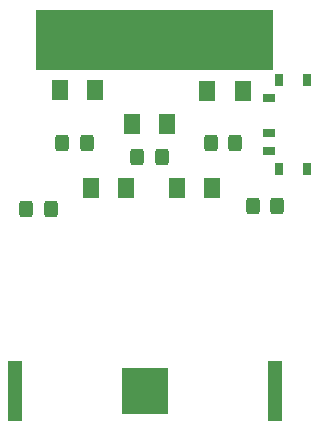
<source format=gbr>
%TF.GenerationSoftware,KiCad,Pcbnew,9.0.2*%
%TF.CreationDate,2025-10-05T19:09:32-07:00*%
%TF.ProjectId,PumpkinPCB,50756d70-6b69-46e5-9043-422e6b696361,rev?*%
%TF.SameCoordinates,Original*%
%TF.FileFunction,Paste,Bot*%
%TF.FilePolarity,Positive*%
%FSLAX46Y46*%
G04 Gerber Fmt 4.6, Leading zero omitted, Abs format (unit mm)*
G04 Created by KiCad (PCBNEW 9.0.2) date 2025-10-05 19:09:32*
%MOMM*%
%LPD*%
G01*
G04 APERTURE LIST*
G04 Aperture macros list*
%AMRoundRect*
0 Rectangle with rounded corners*
0 $1 Rounding radius*
0 $2 $3 $4 $5 $6 $7 $8 $9 X,Y pos of 4 corners*
0 Add a 4 corners polygon primitive as box body*
4,1,4,$2,$3,$4,$5,$6,$7,$8,$9,$2,$3,0*
0 Add four circle primitives for the rounded corners*
1,1,$1+$1,$2,$3*
1,1,$1+$1,$4,$5*
1,1,$1+$1,$6,$7*
1,1,$1+$1,$8,$9*
0 Add four rect primitives between the rounded corners*
20,1,$1+$1,$2,$3,$4,$5,0*
20,1,$1+$1,$4,$5,$6,$7,0*
20,1,$1+$1,$6,$7,$8,$9,0*
20,1,$1+$1,$8,$9,$2,$3,0*%
G04 Aperture macros list end*
%ADD10C,0.100000*%
%ADD11R,3.960000X3.960000*%
%ADD12R,1.270000X5.080000*%
%ADD13RoundRect,0.250001X-0.462499X-0.624999X0.462499X-0.624999X0.462499X0.624999X-0.462499X0.624999X0*%
%ADD14RoundRect,0.250000X0.325000X0.450000X-0.325000X0.450000X-0.325000X-0.450000X0.325000X-0.450000X0*%
%ADD15RoundRect,0.250000X-0.325000X-0.450000X0.325000X-0.450000X0.325000X0.450000X-0.325000X0.450000X0*%
%ADD16RoundRect,0.250001X0.462499X0.624999X-0.462499X0.624999X-0.462499X-0.624999X0.462499X-0.624999X0*%
%ADD17R,0.800000X1.000000*%
%ADD18R,1.100000X0.700000*%
G04 APERTURE END LIST*
D10*
X134337751Y-79440502D02*
X154337751Y-79440502D01*
X154337751Y-84440502D01*
X134337751Y-84440502D01*
X134337751Y-79440502D01*
G36*
X134337751Y-79440502D02*
G01*
X154337751Y-79440502D01*
X154337751Y-84440502D01*
X134337751Y-84440502D01*
X134337751Y-79440502D01*
G37*
D11*
%TO.C,BT1*%
X143537800Y-111640500D03*
D12*
X154522800Y-111640500D03*
X132552800Y-111640500D03*
%TD*%
D13*
%TO.C,D2*%
X139337800Y-86140500D03*
X136362800Y-86140500D03*
%TD*%
D14*
%TO.C,R3*%
X144962800Y-91840500D03*
X142912800Y-91840500D03*
%TD*%
D13*
%TO.C,D5*%
X138937800Y-94440500D03*
X141912800Y-94440500D03*
%TD*%
D14*
%TO.C,R5*%
X135562800Y-96240500D03*
X133512800Y-96240500D03*
%TD*%
%TO.C,R2*%
X138612800Y-90640500D03*
X136562800Y-90640500D03*
%TD*%
D13*
%TO.C,D4*%
X146250300Y-94440500D03*
X149225300Y-94440500D03*
%TD*%
%TO.C,D1*%
X148837800Y-86240500D03*
X151812800Y-86240500D03*
%TD*%
D14*
%TO.C,R1*%
X151212800Y-90640500D03*
X149162800Y-90640500D03*
%TD*%
D15*
%TO.C,R4*%
X152687800Y-96040500D03*
X154737800Y-96040500D03*
%TD*%
D16*
%TO.C,D3*%
X145425300Y-89040500D03*
X142450300Y-89040500D03*
%TD*%
D17*
%TO.C,S1*%
X154930000Y-92860000D03*
X154930000Y-85360000D03*
X157230000Y-85360000D03*
X157230000Y-92860000D03*
D18*
X154030000Y-91360000D03*
X154030000Y-89860000D03*
X154030000Y-86860000D03*
%TD*%
M02*

</source>
